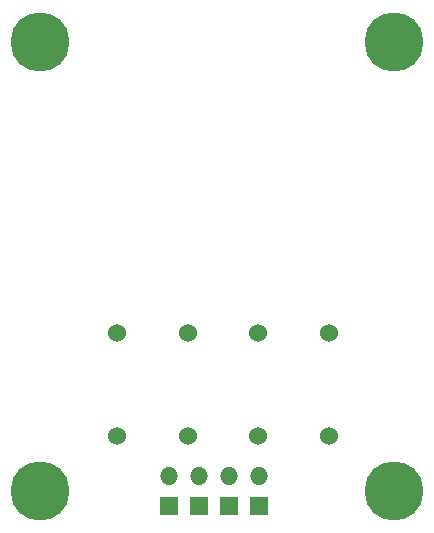
<source format=gbr>
%TF.GenerationSoftware,KiCad,Pcbnew,7.0.9*%
%TF.CreationDate,2025-02-12T23:41:44+09:00*%
%TF.ProjectId,hid_taiko_rp2040_lite,6869645f-7461-4696-9b6f-5f7270323034,rev?*%
%TF.SameCoordinates,Original*%
%TF.FileFunction,Soldermask,Bot*%
%TF.FilePolarity,Negative*%
%FSLAX46Y46*%
G04 Gerber Fmt 4.6, Leading zero omitted, Abs format (unit mm)*
G04 Created by KiCad (PCBNEW 7.0.9) date 2025-02-12 23:41:44*
%MOMM*%
%LPD*%
G01*
G04 APERTURE LIST*
%ADD10C,1.524000*%
%ADD11C,5.000000*%
%ADD12R,1.524000X1.524000*%
%ADD13O,1.524000X1.524000*%
G04 APERTURE END LIST*
D10*
%TO.C,U6*%
X149500000Y-77400000D03*
X149500000Y-68650000D03*
%TD*%
D11*
%TO.C,J2*%
X131000000Y-44000000D03*
%TD*%
%TO.C,J2*%
X161000000Y-44000000D03*
%TD*%
%TO.C,J2*%
X161000000Y-82000000D03*
%TD*%
D12*
%TO.C,U2*%
X141930000Y-83320000D03*
X144470000Y-83320000D03*
X147010000Y-83320000D03*
X149550000Y-83320000D03*
D13*
X141930000Y-80780000D03*
X144470000Y-80780000D03*
X147010000Y-80780000D03*
X149550000Y-80780000D03*
%TD*%
D10*
%TO.C,U8*%
X137500000Y-77400000D03*
X137500000Y-68650000D03*
%TD*%
%TO.C,U7*%
X143500000Y-77400000D03*
X143500000Y-68650000D03*
%TD*%
D11*
%TO.C,J2*%
X131000000Y-82000000D03*
%TD*%
D10*
%TO.C,U5*%
X155500000Y-77400000D03*
X155500000Y-68650000D03*
%TD*%
M02*

</source>
